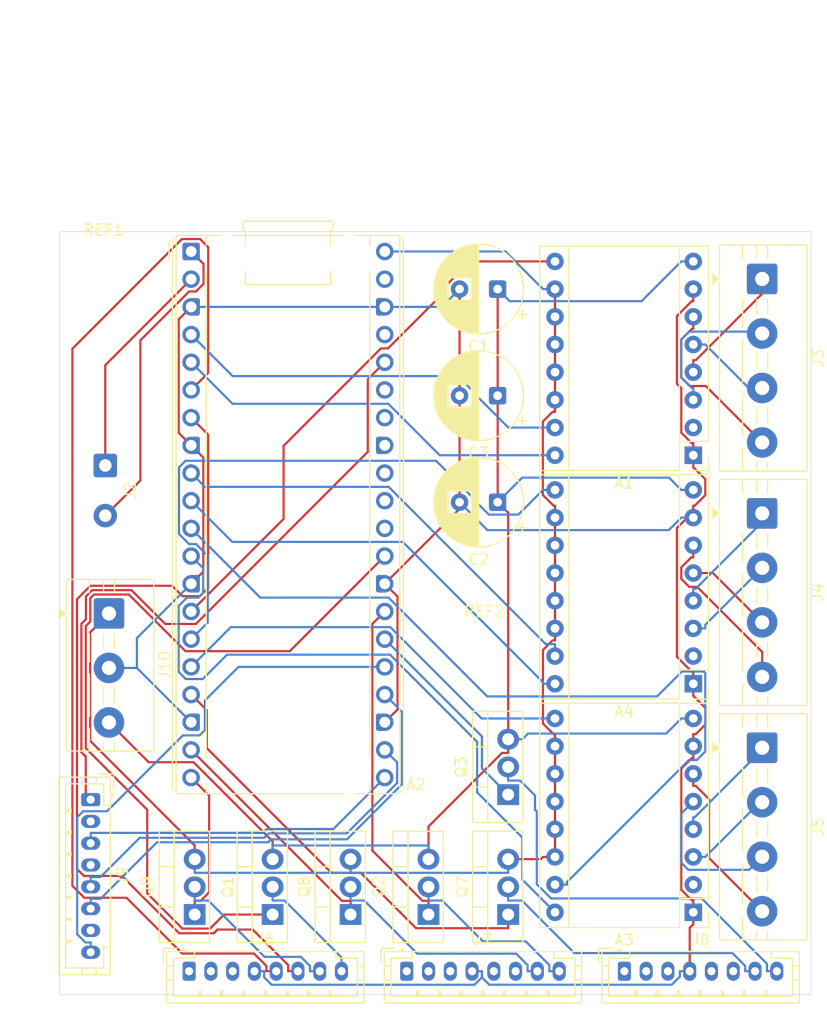
<source format=kicad_pcb>
(kicad_pcb (version 20241229) (generator "pcbnew") (generator_version "9.0")
  (layers (0 "F.Cu" signal) (2 "B.Cu" signal) (13 "F.Paste" user) (15 "B.Paste" user) (5 "F.SilkS" user "F.Silkscreen") (7 "B.SilkS" user "B.Silkscreen") (1 "F.Mask" user) (3 "B.Mask" user) (25 "Edge.Cuts" user))
  (net 0 "")
  (net 1 "Net-(A1-B2)")
  (net 2 "Net-(A1-A2)")
  (net 3 "Net-(A1-STEP)")
  (net 5 "Net-(A1-A1)")
  (net 6 "Net-(A1-B1)")
  (net 7 "Net-(A1-~{EN})")
  (net 8 "Net-(A1-DIR)")
  (net 10 "Net-(A2-GPIO9)")
  (net 14 "Net-(A2-GPIO18)")
  (net 17 "Net-(A2-GPIO22)")
  (net 18 "Net-(A2-GPIO13)")
  (net 19 "Net-(A2-GPIO8)")
  (net 21 "Net-(A2-GPIO14)")
  (net 22 "Net-(A2-GPIO19)")
  (net 23 "Net-(A2-GPIO7)")
  (net 24 "Net-(A2-GPIO11)")
  (net 25 "Net-(A2-GPIO16)")
  (net 26 "Net-(A2-GPIO6)")
  (net 27 "Net-(A2-GPIO17)")
  (net 29 "Net-(A2-GPIO20)")
  (net 30 "Net-(A2-GPIO21)")
  (net 31 "Net-(A2-GPIO15)")
  (net 32 "Net-(A2-3V3)")
  (net 33 "Net-(A2-GPIO12)")
  (net 34 "Net-(A3-A2)")
  (net 35 "Net-(A3-A1)")
  (net 37 "Net-(A3-B1)")
  (net 38 "Net-(A3-B2)")
  (net 39 "Net-(A4-B1)")
  (net 40 "Net-(A4-A1)")
  (net 42 "Net-(A4-A2)")
  (net 43 "Net-(A4-B2)")
  (net 45 "Net-(J6-Pin_7)")
  (net 46 "Net-(J6-Pin_8)")
  (net 53 "Net-(J7-Pin_8)")
  (net 54 "Net-(J7-Pin_7)")
  (net 60 "Net-(J8-Pin_8)")
  (net 62 "Net-(J8-Pin_7)")
  (net 65 "GND")
  (net 67 "/+5V")
  (net 68 "/+24V")
  (net 69 "/TPLG_TX")
  (net 70 "/RX")
  (net 71 "/TPLG_RX")
  (net 72 "/TX")
  (footprint "Package_TO_SOT_THT:TO-220-3_Vertical" (layer "F.Cu") (at 59.2116 106.145 90)
    (property "Reference" "Q8")
    (property "Value" "IRLZ44N")
  )
  (footprint "Package_TO_SOT_THT:TO-220-3_Vertical" (layer "F.Cu") (at 73.685 106.145 90)
    (property "Reference" "Q7")
    (property "Value" "IRLZ44N")
  )
  (footprint "Module:Pololu_Breakout-16_15.2x20.3mm" (layer "F.Cu") (at 90.685 105.94 180)
    (property "Reference" "A3")
    (property "Value" "Pololu_Breakout_DRV8825")
  )
  (footprint "Package_TO_SOT_THT:TO-220-3_Vertical" (layer "F.Cu") (at 73.685 95.145 90)
    (property "Reference" "Q3")
    (property "Value" "IRLZ44N")
  )
  (footprint "Capacitor_THT:CP_Radial_D8.0mm_P3.50mm" (layer "F.Cu") (at 72.7197 58.55 180)
    (property "Reference" "C3")
    (property "Value" "C_Polarized")
  )
  (footprint "TerminalBlock:TerminalBlock_MaiXu_MX126-5.0-04P_1x04_P5.00mm" (layer "F.Cu") (at 97.01 69.345 -90)
    (property "Reference" "J4")
    (property "Value" "Screw_Terminal_01x04")
  )
  (footprint "Connector_JST:JST_PH_B8B-PH-K_1x08_P2.00mm_Vertical" (layer "F.Cu") (at 35.345 95.605 -90)
    (property "Reference" "J9")
    (property "Value" "Conn_01x08_Socket")
  )
  (footprint "MountingHole:MountingHole_3.2mm_M3" (layer "F.Cu") (at 71.5 82.5)
    (property "Reference" "REF2")
    (property "Value" "MountingHole_3.2mm_M3")
  )
  (footprint "Capacitor_THT:CP_Radial_D8.0mm_P3.50mm" (layer "F.Cu") (at 72.7197 48.775 180)
    (property "Reference" "C1")
    (property "Value" "C_Polarized")
  )
  (footprint "MountingHole:MountingHole_3.2mm_M3" (layer "F.Cu") (at 36.5 47.5)
    (property "Reference" "REF1")
    (property "Value" "MountingHole_3.2mm_M3")
  )
  (footprint "Connector_JST:JST_PH_B8B-PH-K_1x08_P2.00mm_Vertical" (layer "F.Cu") (at 84.355 111.345)
    (property "Reference" "J8")
    (property "Value" "Conn_01x08_Socket")
  )
  (footprint "Module:RaspberryPi_Pico_Common_THT" (layer "F.Cu") (at 44.57 45.325)
    (property "Reference" "A2")
    (property "Value" "RaspberryPi_Pico")
  )
  (footprint "Connector_JST:JST_PH_B8B-PH-K_1x08_P2.00mm_Vertical" (layer "F.Cu") (at 64.3683 111.345)
    (property "Reference" "J7")
    (property "Value" "Conn_01x08_Socket")
  )
  (footprint "Module:Pololu_Breakout-16_15.2x20.3mm" (layer "F.Cu") (at 90.685 64.015 180)
    (property "Reference" "A1")
    (property "Value" "Pololu_Breakout_DRV8825")
  )
  (footprint "Module:Pololu_Breakout-16_15.2x20.3mm" (layer "F.Cu") (at 90.685 84.9775 180)
    (property "Reference" "A4")
    (property "Value" "Pololu_Breakout_DRV8825")
  )
  (footprint "Package_TO_SOT_THT:TO-220-3_Vertical" (layer "F.Cu") (at 66.3694 106.145 90)
    (property "Reference" "Q2")
    (property "Value" "IRLZ44N")
  )
  (footprint "TerminalBlock:TerminalBlock_MaiXu_MX126-5.0-03P_1x03_P5.00mm" (layer "F.Cu") (at 37.025 78.525 -90)
    (property "Reference" "J10")
    (property "Value" "Screw_Terminal_01x03")
  )
  (footprint "Connector_JST:JST_PH_B8B-PH-K_1x08_P2.00mm_Vertical" (layer "F.Cu") (at 44.3817 111.345)
    (property "Reference" "J6")
    (property "Value" "Conn_01x08_Socket")
  )
  (footprint "TerminalBlock:TerminalBlock_MaiXu_MX126-5.0-04P_1x04_P5.00mm" (layer "F.Cu") (at 97.01 90.845 -90)
    (property "Reference" "J5")
    (property "Value" "Screw_Terminal_01x04")
  )
  (footprint "Package_TO_SOT_THT:TO-220-3_Vertical" (layer "F.Cu") (at 52.0538 106.145 90)
    (property "Reference" "Q1")
    (property "Value" "IRLZ44N")
  )
  (footprint "Package_TO_SOT_THT:TO-220-3_Vertical" (layer "F.Cu") (at 44.896 106.145 90)
    (property "Reference" "Q9")
    (property "Value" "IRLZ44N")
  )
  (footprint "Connector_Wire:SolderWire-0.5sqmm_1x02_P4.6mm_D0.9mm_OD2.1mm" (layer "F.Cu") (at 36.685 64.955 -90)
    (property "Reference" "J2")
    (property "Value" "Conn_01x02_Pin")
  )
  (footprint "TerminalBlock:TerminalBlock_MaiXu_MX126-5.0-04P_1x04_P5.00mm" (layer "F.Cu") (at 97.01 47.845 -90)
    (property "Reference" "J3")
    (property "Value" "Screw_Terminal_01x04")
  )
  (footprint "Capacitor_THT:CP_Radial_D8.0mm_P3.50mm" (layer "F.Cu") (at 72.7197 68.325 180)
    (property "Reference" "C2")
    (property "Value" "C_Polarized")
  )
  (gr_rect (start 32.5 43.502359) (end 101.5 113.5) (stroke (width 0.05)) (fill no) (layer "Edge.Cuts"))
  (segment (start 89.5833 56.892) (end 90.3563 57.665) (width 0.2) (layer "F.Cu") (net 1))
  (segment (start 90.685 51.315) (end 90.685 52.4167) (width 0.2) (layer "F.Cu") (net 1))
  (segment (start 90.5648 52.4167) (end 89.5833 53.3982) (width 0.2) (layer "F.Cu") (net 1))
  (segment (start 90.3563 57.665) (end 91.83 57.665) (width 0.2) (layer "F.Cu") (net 1))
  (segment (start 90.685 52.4167) (end 90.5648 52.4167) (width 0.2) (layer "F.Cu") (net 1))
  (segment (start 89.5833 53.3982) (end 89.5833 56.892) (width 0.2) (layer "F.Cu") (net 1))
  (segment (start 91.83 57.665) (end 97.01 62.845) (width 0.2) (layer "F.Cu") (net 1))
  (segment (start 89.5663 56.8523) (end 89.5663 53.4131) (width 0.2) (layer "B.Cu") (net 2))
  (segment (start 90.685 58.935) (end 90.685 57.8333) (width 0.2) (layer "B.Cu") (net 2))
  (segment (start 89.5663 53.4131) (end 90.308 52.6714) (width 0.2) (layer "B.Cu") (net 2))
  (segment (start 90.5473 57.8333) (end 89.5663 56.8523) (width 0.2) (layer "B.Cu") (net 2))
  (segment (start 90.685 57.8333) (end 90.5473 57.8333) (width 0.2) (layer "B.Cu") (net 2))
  (segment (start 90.308 52.6714) (end 96.8364 52.6714) (width 0.2) (layer "B.Cu") (net 2))
  (segment (start 96.8364 52.6714) (end 97.01 52.845) (width 0.2) (layer "B.Cu") (net 2))
  (segment (start 48.38 56.755) (end 44.57 52.945) (width 0.2) (layer "B.Cu") (net 3))
  (segment (start 69.0804 56.755) (end 48.38 56.755) (width 0.2) (layer "B.Cu") (net 3))
  (segment (start 70.808 58.4826) (end 69.0804 56.755) (width 0.2) (layer "B.Cu") (net 3))
  (segment (start 70.808 58.5824) (end 70.808 58.4826) (width 0.2) (layer "B.Cu") (net 3))
  (segment (start 73.7006 61.475) (end 70.808 58.5824) (width 0.2) (layer "B.Cu") (net 3))
  (segment (start 77.985 61.475) (end 73.7006 61.475) (width 0.2) (layer "B.Cu") (net 3))
  (segment (start 97.01 47.845) (end 97.01 49.1966) (width 0.2) (layer "F.Cu") (net 5))
  (segment (start 90.9133 55.2933) (end 90.685 55.2933) (width 0.2) (layer "F.Cu") (net 5))
  (segment (start 90.685 56.395) (end 90.685 55.2933) (width 0.2) (layer "F.Cu") (net 5))
  (segment (start 97.01 49.1966) (end 90.9133 55.2933) (width 0.2) (layer "F.Cu") (net 5))
  (segment (start 90.685 53.855) (end 91.7867 53.855) (width 0.2) (layer "B.Cu") (net 6))
  (segment (start 95.7767 57.845) (end 97.01 57.845) (width 0.2) (layer "B.Cu") (net 6))
  (segment (start 91.7867 53.855) (end 95.7767 57.845) (width 0.2) (layer "B.Cu") (net 6))
  (segment (start 61.9959 54.215) (end 62.6493 54.215) (width 0.2) (layer "F.Cu") (net 7))
  (segment (start 67.7807 49.0836) (end 67.7807 48.6362) (width 0.2) (layer "F.Cu") (net 7))
  (segment (start 53.0584 63.1525) (end 61.9959 54.215) (width 0.2) (layer "F.Cu") (net 7))
  (segment (start 44.57 78.345) (end 53.0584 69.8566) (width 0.2) (layer "F.Cu") (net 7))
  (segment (start 62.6493 54.215) (end 67.7807 49.0836) (width 0.2) (layer "F.Cu") (net 7))
  (segment (start 67.7807 48.6362) (end 70.1819 46.235) (width 0.2) (layer "F.Cu") (net 7))
  (segment (start 70.1819 46.235) (end 77.985 46.235) (width 0.2) (layer "F.Cu") (net 7))
  (segment (start 53.0584 69.8566) (end 53.0584 63.1525) (width 0.2) (layer "F.Cu") (net 7))
  (segment (start 62.675 59.295) (end 48.38 59.295) (width 0.2) (layer "B.Cu") (net 8))
  (segment (start 77.985 64.015) (end 67.395 64.015) (width 0.2) (layer "B.Cu") (net 8))
  (segment (start 67.395 64.015) (end 62.675 59.295) (width 0.2) (layer "B.Cu") (net 8))
  (segment (start 48.38 59.295) (end 44.57 55.485) (width 0.2) (layer "B.Cu") (net 8))
  (segment (start 43.4272 83.886) (end 44.0845 84.5433) (width 0.2) (layer "B.Cu") (net 10))
  (segment (start 62.8326 82.3069) (end 70.8367 90.311) (width 0.2) (layer "B.Cu") (net 10))
  (segment (start 74.9867 99.0867) (end 74.9867 102.9417) (width 0.2) (layer "B.Cu") (net 10))
  (segment (start 70.8367 90.311) (end 70.8367 94.9367) (width 0.2) (layer "B.Cu") (net 10))
  (segment (start 70.8367 94.9367) (end 74.9867 99.0867) (width 0.2) (layer "B.Cu") (net 10))
  (segment (start 44.0845 84.5433) (end 45.6369 84.5433) (width 0.2) (layer "B.Cu") (net 10))
  (segment (start 45.6369 84.5433) (end 47.8733 82.3069) (width 0.2) (layer "B.Cu") (net 10))
  (segment (start 47.8733 82.3069) (end 62.8326 82.3069) (width 0.2) (layer "B.Cu") (net 10))
  (segment (start 43.4272 77.8297) (end 43.4272 83.886) (width 0.2) (layer "B.Cu") (net 10))
  (segment (start 45.6768 74.3718) (end 45.6768 76.6392) (width 0.2) (layer "B.Cu") (net 10))
  (segment (start 44.57 73.265) (end 45.6768 74.3718) (width 0.2) (layer "B.Cu") (net 10))
  (segment (start 45.6768 76.6392) (end 45.2437 77.0723) (width 0.2) (layer "B.Cu") (net 10))
  (segment (start 44.1846 77.0723) (end 43.4272 77.8297) (width 0.2) (layer "B.Cu") (net 10))
  (segment (start 74.9867 102.9417) (end 77.985 105.94) (width 0.2) (layer "B.Cu") (net 10))
  (segment (start 45.2437 77.0723) (end 44.1846 77.0723) (width 0.2) (layer "B.Cu") (net 10))
  (segment (start 36.2467 104.7033) (end 35.345 104.7033) (width 0.2) (layer "B.Cu") (net 14))
  (segment (start 51.9125 99.2448) (end 51.6409 99.5164) (width 0.2) (layer "B.Cu") (net 14))
  (segment (start 63.9324 87.5474) (end 63.9324 94.1967) (width 0.2) (layer "B.Cu") (net 14))
  (segment (start 41.4336 99.5164) (end 36.2467 104.7033) (width 0.2) (layer "B.Cu") (net 14))
  (segment (start 62.35 85.965) (end 63.9324 87.5474) (width 0.2) (layer "B.Cu") (net 14))
  (segment (start 63.9324 94.1967) (end 58.8843 99.2448) (width 0.2) (layer "B.Cu") (net 14))
  (segment (start 35.345 105.605) (end 35.345 104.7033) (width 0.2) (layer "B.Cu") (net 14))
  (segment (start 51.6409 99.5164) (end 41.4336 99.5164) (width 0.2) (layer "B.Cu") (net 14))
  (segment (start 58.8843 99.2448) (end 51.9125 99.2448) (width 0.2) (layer "B.Cu") (net 14))
  (segment (start 43.7678 107.4347) (end 46.31 107.4347) (width 0.2) (layer "F.Cu") (net 17))
  (segment (start 35.6529 76.7909) (end 35.3109 77.1329) (width 0.2) (layer "F.Cu") (net 17))
  (segment (start 62.35 73.265) (end 53.6283 81.9867) (width 0.2) (layer "F.Cu") (net 17))
  (segment (start 38.854 76.7909) (end 35.6529 76.7909) (width 0.2) (layer "F.Cu") (net 17))
  (segment (start 35.3109 79.2671) (end 34.8942 79.6838) (width 0.2) (layer "F.Cu") (net 17))
  (segment (start 40.5368 104.2037) (end 43.7678 107.4347) (width 0.2) (layer "F.Cu") (net 17))
  (segment (start 44.0498 81.9867) (end 38.854 76.7909) (width 0.2) (layer "F.Cu") (net 17))
  (segment (start 53.6283 81.9867) (end 44.0498 81.9867) (width 0.2) (layer "F.Cu") (net 17))
  (segment (start 40.5368 96.5321) (end 40.5368 104.2037) (width 0.2) (layer "F.Cu") (net 17))
  (segment (start 46.31 107.4347) (end 47.5997 106.145) (width 0.2) (layer "F.Cu") (net 17))
  (segment (start 34.8942 90.8895) (end 40.5368 96.5321) (width 0.2) (layer "F.Cu") (net 17))
  (segment (start 47.5997 106.145) (end 52.0538 106.145) (width 0.2) (layer "F.Cu") (net 17))
  (segment (start 34.8942 79.6838) (end 34.8942 90.8895) (width 0.2) (layer "F.Cu") (net 17))
  (segment (start 35.3109 77.1329) (end 35.3109 79.2671) (width 0.2) (layer "F.Cu") (net 17))
  (segment (start 60.1429 102.3192) (end 57.4497 102.3192) (width 0.2) (layer "F.Cu") (net 18))
  (segment (start 65.2229 107.3992) (end 60.1429 102.3192) (width 0.2) (layer "F.Cu") (net 18))
  (segment (start 73.685 106.145) (end 73.685 107.3992) (width 0.2) (layer "F.Cu") (net 18))
  (segment (start 46.0066 87.4016) (end 44.57 85.965) (width 0.2) (layer "F.Cu") (net 18))
  (segment (start 73.685 107.3992) (end 65.2229 107.3992) (width 0.2) (layer "F.Cu") (net 18))
  (segment (start 46.0066 90.8761) (end 46.0066 87.4016) (width 0.2) (layer "F.Cu") (net 18))
  (segment (start 57.4497 102.3192) (end 46.0066 90.8761) (width 0.2) (layer "F.Cu") (net 18))
  (segment (start 89.6462 83.8505) (end 91.6529 83.8505) (width 0.2) (layer "B.Cu") (net 19))
  (segment (start 91.7867 91.1957) (end 91.0124 91.97) (width 0.2) (layer "B.Cu") (net 19))
  (segment (start 77.985 103.4) (end 79.0867 103.4) (width 0.2) (layer "B.Cu") (net 19))
  (segment (start 87.3564 86.1403) (end 89.6462 83.8505) (width 0.2) (layer "B.Cu") (net 19))
  (segment (start 62.6957 77.0723) (end 71.7637 86.1403) (width 0.2) (layer "B.Cu") (net 19))
  (segment (start 90.2884 91.97) (end 79.0867 103.1717) (width 0.2) (layer "B.Cu") (net 19))
  (segment (start 91.7867 83.9843) (end 91.7867 91.1957) (width 0.2) (layer "B.Cu") (net 19))
  (segment (start 50.9173 77.0723) (end 62.6957 77.0723) (width 0.2) (layer "B.Cu") (net 19))
  (segment (start 71.7637 86.1403) (end 87.3564 86.1403) (width 0.2) (layer "B.Cu") (net 19))
  (segment (start 79.0867 103.1717) (end 79.0867 103.4) (width 0.2) (layer "B.Cu") (net 19))
  (segment (start 91.0124 91.97) (end 90.2884 91.97) (width 0.2) (layer "B.Cu") (net 19))
  (segment (start 44.57 70.725) (end 50.9173 77.0723) (width 0.2) (layer "B.Cu") (net 19))
  (segment (start 91.6529 83.8505) (end 91.7867 83.9843) (width 0.2) (layer "B.Cu") (net 19))
  (segment (start 59.2116 106.145) (end 59.2116 104.8908) (width 0.2) (layer "F.Cu") (net 21))
  (segment (start 58.4158 104.8908) (end 44.57 91.045) (width 0.2) (layer "F.Cu") (net 21))
  (segment (start 59.2116 104.8908) (end 58.4158 104.8908) (width 0.2) (layer "F.Cu") (net 21))
  (segment (start 35.345 109.605) (end 35.345 108.7033) (width 0.2) (layer "B.Cu") (net 22))
  (segment (start 62.35 83.425) (end 48.9236 83.425) (width 0.2) (layer "B.Cu") (net 22))
  (segment (start 48.9236 83.425) (end 45.8368 86.5118) (width 0.2) (layer "B.Cu") (net 22))
  (segment (start 43.807 89.7113) (end 36.8451 96.6732) (width 0.2) (layer "B.Cu") (net 22))
  (segment (start 34.1076 107.9524) (end 34.8585 108.7033) (width 0.2) (layer "B.Cu") (net 22))
  (segment (start 45.8368 89.2197) (end 45.3452 89.7113) (width 0.2) (layer "B.Cu") (net 22))
  (segment (start 36.8451 96.6732) (end 34.6486 96.6732) (width 0.2) (layer "B.Cu") (net 22))
  (segment (start 45.3452 89.7113) (end 43.807 89.7113) (width 0.2) (layer "B.Cu") (net 22))
  (segment (start 34.1076 97.2142) (end 34.1076 107.9524) (width 0.2) (layer "B.Cu") (net 22))
  (segment (start 34.6486 96.6732) (end 34.1076 97.2142) (width 0.2) (layer "B.Cu") (net 22))
  (segment (start 45.8368 86.5118) (end 45.8368 89.2197) (width 0.2) (layer "B.Cu") (net 22))
  (segment (start 34.8585 108.7033) (end 35.345 108.7033) (width 0.2) (layer "B.Cu") (net 22))
  (segment (start 76.8833 84.9775) (end 76.8833 84.8398) (width 0.2) (layer "B.Cu") (net 23))
  (segment (start 48.3483 71.9633) (end 44.57 68.185) (width 0.2) (layer "B.Cu") (net 23))
  (segment (start 64.0068 71.9633) (end 48.3483 71.9633) (width 0.2) (layer "B.Cu") (net 23))
  (segment (start 77.985 84.9775) (end 76.8833 84.9775) (width 0.2) (layer "B.Cu") (net 23))
  (segment (start 76.8833 84.8398) (end 64.0068 71.9633) (width 0.2) (layer "B.Cu") (net 23))
  (segment (start 43.4534 71.2305) (end 44.3862 72.1633) (width 0.2) (layer "B.Cu") (net 24))
  (segment (start 46.0968 79.3582) (end 44.57 80.885) (width 0.2) (layer "B.Cu") (net 24))
  (segment (start 70.3522 67.8107) (end 67.0637 64.5222) (width 0.2) (layer "B.Cu") (net 24))
  (segment (start 71.9103 69.4597) (end 70.3522 67.9016) (width 0.2) (layer "B.Cu") (net 24))
  (segment (start 76.8833 67.1975) (end 74.6211 69.4597) (width 0.2) (layer "B.Cu") (net 24))
  (segment (start 70.3522 67.9016) (end 70.3522 67.8107) (width 0.2) (layer "B.Cu") (net 24))
  (segment (start 43.4534 65.1251) (end 43.4534 71.2305) (width 0.2) (layer "B.Cu") (net 24))
  (segment (start 74.6211 69.4597) (end 71.9103 69.4597) (width 0.2) (layer "B.Cu") (net 24))
  (segment (start 45.0264 72.1633) (end 46.0968 73.2337) (width 0.2) (layer "B.Cu") (net 24))
  (segment (start 67.0637 64.5222) (end 44.0563 64.5222) (width 0.2) (layer "B.Cu") (net 24))
  (segment (start 77.985 67.1975) (end 76.8833 67.1975) (width 0.2) (layer "B.Cu") (net 24))
  (segment (start 44.3862 72.1633) (end 45.0264 72.1633) (width 0.2) (layer "B.Cu") (net 24))
  (segment (start 44.0563 64.5222) (end 43.4534 65.1251) (width 0.2) (layer "B.Cu") (net 24))
  (segment (start 46.0968 73.2337) (end 46.0968 79.3582) (width 0.2) (layer "B.Cu") (net 24))
  (segment (start 51.2856 98.5355) (end 51.1667 98.6544) (width 0.2) (layer "B.Cu") (net 25))
  (segment (start 57.6349 98.3001) (end 51.521 98.3001) (width 0.2) (layer "B.Cu") (net 25))
  (segment (start 35.3938 98.6544) (end 35.3938 98.6545) (width 0.2) (layer "B.Cu") (net 25))
  (segment (start 35.3938 98.6545) (end 35.345 98.7033) (width 0.2) (layer "B.Cu") (net 25))
  (segment (start 62.35 93.585) (end 57.6349 98.3001) (width 0.2) (layer "B.Cu") (net 25))
  (segment (start 51.1667 98.6544) (end 35.3938 98.6544) (width 0.2) (layer "B.Cu") (net 25))
  (segment (start 51.521 98.3001) (end 51.2856 98.5355) (width 0.2) (layer "B.Cu") (net 25))
  (segment (start 51.2856 98.5355) (end 51.1667 98.6544) (width 0.2) (layer "B.Cu") (net 25))
  (segment (start 35.345 99.605) (end 35.345 98.7033) (width 0.2) (layer "B.Cu") (net 25))
  (segment (start 77.1283 81.3358) (end 62.7075 66.915) (width 0.2) (layer "B.Cu") (net 26))
  (segment (start 62.7075 66.915) (end 45.84 66.915) (width 0.2) (layer "B.Cu") (net 26))
  (segment (start 77.985 81.3358) (end 77.1283 81.3358) (width 0.2) (layer "B.Cu") (net 26))
  (segment (start 45.84 66.915) (end 44.57 65.645) (width 0.2) (layer "B.Cu") (net 26))
  (segment (start 77.985 82.4375) (end 77.985 81.3358) (width 0.2) (layer "B.Cu") (net 26))
  (segment (start 63.4896 92.1846) (end 63.4896 94.0714) (width 0.2) (layer "B.Cu") (net 27))
  (segment (start 39.8465 99.1035) (end 36.2467 102.7033) (width 0.2) (layer "B.Cu") (net 27))
  (segment (start 51.4519 98.9372) (end 51.2856 99.1035) (width 0.2) (layer "B.Cu") (net 27))
  (segment (start 63.4896 94.0714) (end 58.8592 98.7018) (width 0.2) (layer "B.Cu") (net 27))
  (segment (start 35.345 103.605) (end 35.345 102.7033) (width 0.2) (layer "B.Cu") (net 27))
  (segment (start 51.6873 98.7018) (end 51.4519 98.9372) (width 0.2) (layer "B.Cu") (net 27))
  (segment (start 62.35 91.045) (end 63.4896 92.1846) (width 0.2) (layer "B.Cu") (net 27))
  (segment (start 51.4519 98.9372) (end 51.2856 99.1035) (width 0.2) (layer "B.Cu") (net 27))
  (segment (start 58.8592 98.7018) (end 51.6873 98.7018) (width 0.2) (layer "B.Cu") (net 27))
  (segment (start 36.2467 102.7033) (end 35.345 102.7033) (width 0.2) (layer "B.Cu") (net 27))
  (segment (start 51.2856 99.1035) (end 39.8465 99.1035) (width 0.2) (layer "B.Cu") (net 27))
  (segment (start 71.2759 92.736) (end 71.276 92.736) (width 0.2) (layer "B.Cu") (net 29))
  (segment (start 71.276 92.736) (end 73.685 95.145) (width 0.2) (layer "B.Cu") (net 29))
  (segment (start 62.35 80.885) (end 71.2759 89.8109) (width 0.2) (layer "B.Cu") (net 29))
  (segment (start 71.2759 89.8109) (end 71.2759 92.736) (width 0.2) (layer "B.Cu") (net 29))
  (segment (start 66.3694 104.8908) (end 65.8207 104.8908) (width 0.2) (layer "F.Cu") (net 30))
  (segment (start 65.8207 104.8908) (end 61.2138 100.2839) (width 0.2) (layer "F.Cu") (net 30))
  (segment (start 61.2138 79.4812) (end 62.35 78.345) (width 0.2) (layer "F.Cu") (net 30))
  (segment (start 61.2138 100.2839) (end 61.2138 79.4812) (width 0.2) (layer "F.Cu") (net 30))
  (segment (start 66.3694 106.145) (end 66.3694 104.8908) (width 0.2) (layer "F.Cu") (net 30))
  (segment (start 44.896 106.145) (end 44.896 104.8908) (width 0.2) (layer "F.Cu") (net 31))
  (segment (start 46.2239 95.2389) (end 46.2239 104.1116) (width 0.2) (layer "F.Cu") (net 31))
  (segment (start 45.4447 104.8908) (end 44.896 104.8908) (width 0.2) (layer "F.Cu") (net 31))
  (segment (start 44.57 93.585) (end 46.2239 95.2389) (width 0.2) (layer "F.Cu") (net 31))
  (segment (start 46.2239 104.1116) (end 45.4447 104.8908) (width 0.2) (layer "F.Cu") (net 31))
  (segment (start 42.1895 79.4915) (end 39.0872 76.3892) (width 0.2) (layer "F.Cu") (net 32))
  (segment (start 62.35 55.485) (end 60.791 57.044) (width 0.2) (layer "F.Cu") (net 32))
  (segment (start 60.791 57.044) (end 60.791 63.7056) (width 0.2) (layer "F.Cu") (net 32))
  (segment (start 34.8927 91.6562) (end 34.8927 95.1527) (width 0.2) (layer "F.Cu") (net 32))
  (segment (start 34.9092 79.0546) (end 34.4925 79.4713) (width 0.2) (layer "F.Cu") (net 32))
  (segment (start 60.791 63.7056) (end 45.0051 79.4915) (width 0.2) (layer "F.Cu") (net 32))
  (segment (start 34.4925 79.4713) (end 34.4925 91.256) (width 0.2) (layer "F.Cu") (net 32))
  (segment (start 34.8927 95.1527) (end 35.345 95.605) (width 0.2) (layer "F.Cu") (net 32))
  (segment (start 35.4866 76.3892) (end 34.9092 76.9666) (width 0.2) (layer "F.Cu") (net 32))
  (segment (start 34.7279 91.4914) (end 34.8927 91.6562) (width 0.2) (layer "F.Cu") (net 32))
  (segment (start 39.0872 76.3892) (end 35.4866 76.3892) (width 0.2) (layer "F.Cu") (net 32))
  (segment (start 34.9092 76.9666) (end 34.9092 79.0546) (width 0.2) (layer "F.Cu") (net 32))
  (segment (start 34.4925 91.256) (end 34.7279 91.4914) (width 0.2) (layer "F.Cu") (net 32))
  (segment (start 45.0051 79.4915) (end 42.1895 79.4915) (width 0.2) (layer "F.Cu") (net 32))
  (segment (start 34.7279 91.4914) (end 34.8927 91.6562) (width 0.2) (layer "F.Cu") (net 32))
  (segment (start 71.2368 88.16) (end 62.8601 79.7833) (width 0.2) (layer "B.Cu") (net 33))
  (segment (start 48.2117 79.7833) (end 44.57 83.425) (width 0.2) (layer "B.Cu") (net 33))
  (segment (start 77.985 88.16) (end 71.2368 88.16) (width 0.2) (layer "B.Cu") (net 33))
  (segment (start 62.8601 79.7833) (end 48.2117 79.7833) (width 0.2) (layer "B.Cu") (net 33))
  (segment (start 91.7867 100.86) (end 96.8017 95.845) (width 0.2) (layer "B.Cu") (net 34))
  (segment (start 90.685 100.86) (end 91.7867 100.86) (width 0.2) (layer "B.Cu") (net 34))
  (segment (start 96.8017 95.845) (end 97.01 95.845) (width 0.2) (layer "B.Cu") (net 34))
  (segment (start 90.8227 97.2183) (end 97.01 91.031) (width 0.2) (layer "B.Cu") (net 35))
  (segment (start 97.01 91.031) (end 97.01 90.845) (width 0.2) (layer "B.Cu") (net 35))
  (segment (start 90.685 98.32) (end 90.685 97.2183) (width 0.2) (layer "B.Cu") (net 35))
  (segment (start 90.685 97.2183) (end 90.8227 97.2183) (width 0.2) (layer "B.Cu") (net 35))
  (segment (start 90.2351 102.0436) (end 95.8114 102.0436) (width 0.2) (layer "B.Cu") (net 37))
  (segment (start 95.8114 102.0436) (end 97.01 100.845) (width 0.2) (layer "B.Cu") (net 37))
  (segment (start 89.5251 101.3336) (end 90.2351 102.0436) (width 0.2) (layer "B.Cu") (net 37))
  (segment (start 89.5251 96.9399) (end 89.5251 101.3336) (width 0.2) (layer "B.Cu") (net 37))
  (segment (start 90.685 95.78) (end 89.5251 96.9399) (width 0.2) (layer "B.Cu") (net 37))
  (segment (start 90.9133 94.3417) (end 90.685 94.3417) (width 0.2) (layer "F.Cu") (net 38))
  (segment (start 90.685 93.24) (end 90.685 94.3417) (width 0.2) (layer "F.Cu") (net 38))
  (segment (start 92.1248 100.9598) (end 92.1248 95.5532) (width 0.2) (layer "F.Cu") (net 38))
  (segment (start 97.01 105.845) (end 92.1248 100.9598) (width 0.2) (layer "F.Cu") (net 38))
  (segment (start 92.1248 95.5532) (end 90.9133 94.3417) (width 0.2) (layer "F.Cu") (net 38))
  (segment (start 97.01 79.345) (end 92.4825 74.8175) (width 0.2) (layer "F.Cu") (net 39))
  (segment (start 92.4825 74.8175) (end 90.685 74.8175) (width 0.2) (layer "F.Cu") (net 39))
  (segment (start 97.01 69.345) (end 97.01 70.1591) (width 0.2) (layer "B.Cu") (net 40))
  (segment (start 90.9133 76.2558) (end 90.685 76.2558) (width 0.2) (layer "B.Cu") (net 40))
  (segment (start 97.01 70.1591) (end 90.9133 76.2558) (width 0.2) (layer "B.Cu") (net 40))
  (segment (start 90.685 77.3575) (end 90.685 76.2558) (width 0.2) (layer "B.Cu") (net 40))
  (segment (start 90.685 79.8975) (end 91.7867 79.8975) (width 0.2) (layer "B.Cu") (net 42))
  (segment (start 97.01 74.345) (end 91.7867 79.5683) (width 0.2) (layer "B.Cu") (net 42))
  (segment (start 91.7867 79.5683) (end 91.7867 79.8975) (width 0.2) (layer "B.Cu") (net 42))
  (segment (start 90.3094 76.0875) (end 89.5833 75.3614) (width 0.2) (layer "F.Cu") (net 43))
  (segment (start 97.01 84.345) (end 97.01 82.0619) (width 0.2) (layer "F.Cu") (net 43))
  (segment (start 90.685 72.2775) (end 90.685 73.3792) (width 0.2) (layer "F.Cu") (net 43))
  (segment (start 97.01 82.0619) (end 91.0356 76.0875) (width 0.2) (layer "F.Cu") (net 43))
  (segment (start 90.5033 73.3792) (end 90.685 73.3792) (width 0.2) (layer "F.Cu") (net 43))
  (segment (start 89.5833 75.3614) (end 89.5833 74.2992) (width 0.2) (layer "F.Cu") (net 43))
  (segment (start 91.0356 76.0875) (end 90.3094 76.0875) (width 0.2) (layer "F.Cu") (net 43))
  (segment (start 89.5833 74.2992) (end 90.5033 73.3792) (width 0.2) (layer "F.Cu") (net 43))
  (segment (start 55.48 110.8585) (end 55.48 111.345) (width 0.2) (layer "B.Cu") (net 45))
  (segment (start 44.896 103.605) (end 44.896 104.8592) (width 0.2) (layer "B.Cu") (net 45))
  (segment (start 56.3817 111.345) (end 55.48 111.345) (width 0.2) (layer "B.Cu") (net 45))
  (segment (start 46.1502 104.8592) (end 51.3171 110.0261) (width 0.2) (layer "B.Cu") (net 45))
  (segment (start 51.3171 110.0261) (end 54.6476 110.0261) (width 0.2) (layer "B.Cu") (net 45))
  (segment (start 54.6476 110.0261) (end 55.48 110.8585) (width 0.2) (layer "B.Cu") (net 45))
  (segment (start 44.896 104.8592) (end 46.1502 104.8592) (width 0.2) (layer "B.Cu") (net 45))
  (segment (start 58.3817 110.0897) (end 58.3817 111.345) (width 0.2) (layer "B.Cu") (net 46))
  (segment (start 52.0538 104.8592) (end 53.1512 104.8592) (width 0.2) (layer "B.Cu") (net 46))
  (segment (start 53.1512 104.8592) (end 58.3817 110.0897) (width 0.2) (layer "B.Cu") (net 46))
  (segment (start 52.0538 103.605) (end 52.0538 104.8592) (width 0.2) (layer "B.Cu") (net 46))
  (segment (start 75.3007 108.6155) (end 71.3799 108.6155) (width 0.2) (layer "B.Cu") (net 53))
  (segment (start 77.4666 110.7814) (end 75.3007 108.6155) (width 0.2) (layer "B.Cu") (net 53))
  (segment (start 71.3799 108.6155) (end 67.6236 104.8592) (width 0.2) (layer "B.Cu") (net 53))
  (segment (start 77.4666 111.345) (end 77.4666 110.7814) (width 0.2) (layer "B.Cu") (net 53))
  (segment (start 66.3694 103.605) (end 66.3694 104.8592) (width 0.2) (layer "B.Cu") (net 53))
  (segment (start 67.6236 104.8592) (end 66.3694 104.8592) (width 0.2) (layer "B.Cu") (net 53))
  (segment (start 78.3683 111.345) (end 77.4666 111.345) (width 0.2) (layer "B.Cu") (net 53))
  (segment (start 65.3409 109.7343) (end 60.4658 104.8592) (width 0.2) (layer "B.Cu") (net 54))
  (segment (start 75.4666 110.7814) (end 74.4195 109.7343) (width 0.2) (layer "B.Cu") (net 54))
  (segment (start 76.3683 111.345) (end 75.4666 111.345) (width 0.2) (layer "B.Cu") (net 54))
  (segment (start 75.4666 111.345) (end 75.4666 110.7814) (width 0.2) (layer "B.Cu") (net 54))
  (segment (start 59.2116 103.605) (end 59.2116 104.8592) (width 0.2) (layer "B.Cu") (net 54))
  (segment (start 60.4658 104.8592) (end 59.2116 104.8592) (width 0.2) (layer "B.Cu") (net 54))
  (segment (start 74.4195 109.7343) (end 65.3409 109.7343) (width 0.2) (layer "B.Cu") (net 54))
  (segment (start 77.6244 104.67) (end 76.3137 103.3593) (width 0.2) (layer "B.Cu") (net 60))
  (segment (start 76.1474 96.5352) (end 76.3137 96.7015) (width 0.2) (layer "B.Cu") (net 60))
  (segment (start 73.685 93.8592) (end 74.7824 93.8592) (width 0.2) (layer "B.Cu") (net 60))
  (segment (start 76.3137 103.3593) (end 76.3137 96.7015) (width 0.2) (layer "B.Cu") (net 60))
  (segment (start 91.4566 104.67) (end 77.6244 104.67) (width 0.2) (layer "B.Cu") (net 60))
  (segment (start 76.1474 95.2242) (end 76.1474 96.5352) (width 0.2) (layer "B.Cu") (net 60))
  (segment (start 73.685 92.605) (end 73.685 93.8592) (width 0.2) (layer "B.Cu") (net 60))
  (segment (start 97.4533 111.345) (end 97.4533 110.6667) (width 0.2) (layer "B.Cu") (net 60))
  (segment (start 76.1474 96.5352) (end 76.3137 96.7015) (width 0.2) (layer "B.Cu") (net 60))
  (segment (start 74.7824 93.8592) (end 76.1474 95.2242) (width 0.2) (layer "B.Cu") (net 60))
  (segment (start 97.4533 110.6667) (end 91.4566 104.67) (width 0.2) (layer "B.Cu") (net 60))
  (segment (start 98.355 111.345) (end 97.4533 111.345) (width 0.2) (layer "B.Cu") (net 60))
  (segment (start 94.2755 109.6807) (end 95.4533 110.8585) (width 0.2) (layer "B.Cu") (net 62))
  (segment (start 95.4533 110.8585) (end 95.4533 111.345) (width 0.2) (layer "B.Cu") (net 62))
  (segment (start 74.9392 104.8592) (end 79.7607 109.6807) (width 0.2) (layer "B.Cu") (net 62))
  (segment (start 96.355 111.345) (end 95.4533 111.345) (width 0.2) (layer "B.Cu") (net 62))
  (segment (start 79.7607 109.6807) (end 94.2755 109.6807) (width 0.2) (layer "B.Cu") (net 62))
  (segment (start 73.685 104.8592) (end 74.9392 104.8592) (width 0.2) (layer "B.Cu") (net 62))
  (segment (start 73.685 103.605) (end 73.685 104.8592) (width 0.2) (layer "B.Cu") (net 62))
  (segment (start 89.5833 61.9494) (end 90.5472 62.9133) (width 0.2) (layer "F.Cu") (net 65))
  (segment (start 44.57 63.105) (end 45.6879 64.2229) (width 0.2) (layer "F.Cu") (net 65))
  (segment (start 90.685 48.775) (end 90.685 49.8767) (width 0.2) (layer "F.Cu") (net 65))
  (segment (start 90.685 90.7) (end 90.685 89.5983) (width 0.2) (layer "F.Cu") (net 65))
  (segment (start 89.1816 51.2424) (end 89.1816 57.4615) (width 0.2) (layer "F.Cu") (net 65))
  (segment (start 89.1816 70.69) (end 89.1816 82.5102) (width 0.2) (layer "F.Cu") (net 65))
  (segment (start 90.355 111.345) (end 90.355 107.3717) (width 0.2) (layer "F.Cu") (net 65))
  (segment (start 90.5472 83.8758) (end 90.685 83.8758) (width 0.2) (layer "F.Cu") (net 65))
  (segment (start 91.7867 66.2184) (end 90.685 65.1167) (width 0.2) (layer "F.Cu") (net 65))
  (segment (start 69.2197 68.325) (end 69.2197 68.9353) (width 0.2) (layer "F.Cu") (net 65))
  (segment (start 69.2197 58.55) (end 69.2197 68.325) (width 0.2) (layer "F.Cu") (net 65))
  (segment (start 90.355 107.3717) (end 90.685 107.0417) (width 0.2) (layer "F.Cu") (net 65))
  (segment (start 45.6879 74.6871) (end 44.57 75.805) (width 0.2) (layer "F.Cu") (net 65))
  (segment (start 91.796 87.1902) (end 91.796 88.7156) (width 0.2) (layer "F.Cu") (net 65))
  (segment (start 44.57 63.105) (end 43.4303 61.9653) (width 0.2) (layer "F.Cu") (net 65))
  (segment (start 90.685 64.015) (end 90.685 65.1167) (width 0.2) (layer "F.Cu") (net 65))
  (segment (start 63.5198 87.3352) (end 62.35 88.505) (width 0.2) (layer "F.Cu") (net 65))
  (segment (start 91.796 88.7156) (end 90.9133 89.5983) (width 0.2) (layer "F.Cu") (net 65))
  (segment (start 90.5472 62.9133) (end 90.685 62.9133) (width 0.2) (layer "F.Cu") (net 65))
  (segment (start 90.685 86.0792) (end 91.796 87.1902) (width 0.2) (layer "F.Cu") (net 65))
  (segment (start 90.685 91.8017) (end 90.5473 91.8017) (width 0.2) (layer "F.Cu") (net 65))
  (segment (start 90.9133 89.5983) (end 90.685 89.5983) (width 0.2) (layer "F.Cu") (net 65))
  (segment (start 90.685 69.7375) (end 90.685 69.1866) (width 0.2) (layer "F.Cu") (net 65))
  (segment (start 63.5198 76.9748) (end 63.5198 87.3352) (width 0.2) (layer "F.Cu") (net 65))
  (segment (start 89.1816 82.5102) (end 90.5472 83.8758) (width 0.2) (layer "F.Cu") (net 65))
  (segment (start 89.5833 103.8744) (end 90.5472 104.8383) (width 0.2) (layer "F.Cu") (net 65))
  (segment (start 62.35 75.805) (end 63.5198 76.9748) (width 0.2) (layer "F.Cu") (net 65))
  (segment (start 43.4303 61.9653) (end 43.4303 51.5447) (width 0.2) (layer "F.Cu") (net 65))
  (segment (start 90.685 84.9775) (end 90.685 86.0792) (width 0.2) (layer "F.Cu") (net 65))
  (segment (start 90.5473 49.8767) (end 89.1816 51.2424) (width 0.2) (layer "F.Cu") (net 65))
  (segment (start 90.685 69.1866) (end 89.1816 70.69) (width 0.2) (layer "F.Cu") (net 65))
  (segment (start 90.685 68.6358) (end 90.8227 68.6358) (width 0.2) (layer "F.Cu") (net 65))
  (segment (start 89.1816 57.4615) (end 89.5833 57.8632) (width 0.2) (layer "F.Cu") (net 65))
  (segment (start 43.4303 51.5447) (end 44.57 50.405) (width 0.2) (layer "F.Cu") (net 65))
  (segment (start 90.685 90.7) (end 90.685 91.8017) (width 0.2) (layer "F.Cu") (net 65))
  (segment (start 89.5833 57.8632) (end 89.5833 61.9494) (width 0.2) (layer "F.Cu") (net 65))
  (segment (start 90.5472 104.8383) (end 90.685 104.8383) (width 0.2) (layer "F.Cu") (net 65))
  (segment (start 69.2197 48.775) (end 69.2197 58.55) (width 0.2) (layer "F.Cu") (net 65))
  (segment (start 90.685 105.94) (end 90.685 107.0417) (width 0.2) (layer "F.Cu") (net 65))
  (segment (start 90.685 105.94) (end 90.685 104.8383) (width 0.2) (layer "F.Cu") (net 65))
  (segment (start 91.7867 67.6718) (end 91.7867 66.2184) (width 0.2) (layer "F.Cu") (net 65))
  (segment (start 69.2197 68.9353) (end 62.35 75.805) (width 0.2) (layer "F.Cu") (net 65))
  (segment (start 45.6879 64.2229) (end 45.6879 74.6871) (width 0.2) (layer "F.Cu") (net 65))
  (segment (start 90.685 69.1866) (end 90.685 68.6358) (width 0.2) (layer "F.Cu") (net 65))
  (segment (start 90.685 49.8767) (end 90.5473 49.8767) (width 0.2) (layer "F.Cu") (net 65))
  (segment (start 90.685 64.015) (end 90.685 62.9133) (width 0.2) (layer "F.Cu") (net 65))
  (segment (start 90.685 84.9775) (end 90.685 83.8758) (width 0.2) (layer "F.Cu") (net 65))
  (segment (start 90.8227 68.6358) (end 91.7867 67.6718) (width 0.2) (layer "F.Cu") (net 65))
  (segment (start 90.5473 91.8017) (end 89.5833 92.7657) (width 0.2) (layer "F.Cu") (net 65))
  (segment (start 89.5833 92.7657) (end 89.5833 103.8744) (width 0.2) (layer "F.Cu") (net 65))
  (segment (start 51.2834 111.345) (end 51.2834 111.9086) (width 0.2) (layer "B.Cu") (net 65))
  (segment (start 39.59 80.785) (end 44.57 75.805) (width 0.2) (layer "B.Cu") (net 65))
  (segment (start 70.5901 112.5885) (end 71.27 111.9086) (width 0.2) (layer "B.Cu") (net 65))
  (segment (start 71.27 111.9086) (end 71.9455 112.5841) (width 0.2) (layer "B.Cu") (net 65))
  (segment (start 50.3817 111.345) (end 51.2834 111.345) (width 0.2) (layer "B.Cu") (net 65))
  (segment (start 67.5897 50.405) (end 69.2197 48.775) (width 0.2) (layer "B.Cu") (net 65))
  (segment (start 70.3683 111.345) (end 71.27 111.345) (width 0.2) (layer "B.Cu") (net 65))
  (segment (start 37.6125 83.525) (end 37.5712 83.525) (width 0.2) (layer "B.Cu") (net 65))
  (segment (start 37.5712 83.525) (end 37.025 83.525) (width 0.2) (layer "B.Cu") (net 65))
  (segment (start 44.57 50.405) (end 62.35 50.405) (width 0.2) (layer "B.Cu") (net 65))
  (segment (start 71.7786 70.8839) (end 88.4369 70.8839) (width 0.2) (layer "B.Cu") (net 65))
  (segment (start 39.59 83.525) (end 37.6125 83.525) (width 0.2) (layer "B.Cu") (net 65))
  (segment (start 71.9455 112.5841) (end 88.7007 112.5841) (width 0.2) (layer "B.Cu") (net 65))
  (segment (start 62.35 50.405) (end 67.5897 50.405) (width 0.2) (layer "B.Cu") (net 65))
  (segment (start 90.355 111.345) (end 89.4533 111.345) (width 0.2) (layer "B.Cu") (net 65))
  (segment (start 71.27 111.345) (end 71.27 111.9086) (width 0.2) (layer "B.Cu") (net 65))
  (segment (start 89.4533 111.8315) (end 89.4533 111.345) (width 0.2) (layer "B.Cu") (net 65))
  (segment (start 51.2834 111.9086) (end 51.9633 112.5885) (width 0.2) (layer "B.Cu") (net 65))
  (segment (start 51.9633 112.5885) (end 70.5901 112.5885) (width 0.2) (layer "B.Cu") (net 65))
  (segment (start 90.685 69.7375) (end 89.5833 69.7375) (width 0.2) (layer "B.Cu") (net 65))
  (segment (start 88.7007 112.5841) (end 89.4533 111.8315) (width 0.2) (layer "B.Cu") (net 65))
  (segment (start 69.2197 68.325) (end 71.7786 70.8839) (width 0.2) (layer "B.Cu") (net 65))
  (segment (start 88.4369 70.8839) (end 89.5833 69.7375) (width 0.2) (layer "B.Cu") (net 65))
  (segment (start 44.57 88.505) (end 39.59 83.525) (width 0.2) (layer "B.Cu") (net 65))
  (segment (start 39.59 83.525) (end 39.59 80.785) (width 0.2) (layer "B.Cu") (net 65))
  (segment (start 77.985 91.7232) (end 77.985 91.7645) (width 0.2) (layer "F.Cu") (net 67))
  (segment (start 76.8682 67.6567) (end 76.8682 60.9252) (width 0.2) (layer "F.Cu") (net 67))
  (segment (start 77.985 74.8175) (end 77.985 77.3575) (width 0.2) (layer "F.Cu") (net 67))
  (segment (start 77.7567 60.0367) (end 77.985 60.0367) (width 0.2) (layer "F.Cu") (net 67))
  (segment (start 77.985 69.7375) (end 77.985 70.2012) (width 0.2) (layer "F.Cu") (net 67))
  (segment (start 76.8682 60.9252) (end 77.7567 60.0367) (width 0.2) (layer "F.Cu") (net 67))
  (segment (start 76.8757 88.6267) (end 76.8757 81.8802) (width 0.2) (layer "F.Cu") (net 67))
  (segment (start 44.896 99.8108) (end 35.2977 90.2125) (width 0.2) (layer "F.Cu") (net 67))
  (segment (start 77.8473 68.6358) (end 76.8682 67.6567) (width 0.2) (layer "F.Cu") (net 67))
  (segment (start 73.685 101.065) (end 76.6783 101.065) (width 0.2) (layer "F.Cu") (net 67))
  (segment (start 77.985 100.86) (end 76.8833 100.86) (width 0.2) (layer "F.Cu") (net 67))
  (segment (start 77.985 70.2425) (end 77.985 71.0075) (width 0.2) (layer "F.Cu") (net 67))
  (segment (start 76.6783 101.065) (end 76.8833 100.86) (width 0.2) (layer "F.Cu") (net 67))
  (segment (start 44.896 101.065) (end 44.896 99.8108) (width 0.2) (layer "F.Cu") (net 67))
  (segment (start 35.2977 80.2523) (end 37.025 78.525) (width 0.2) (layer "F.Cu") (net 67))
  (segment (start 77.985 89.5983) (end 77.8473 89.5983) (width 0.2) (layer "F.Cu") (net 67))
  (segment (start 77.985 48.775) (end 77.985 51.315) (width 0.2) (layer "F.Cu") (net 67))
  (segment (start 77.985 69.7375) (end 77.985 68.6358) (width 0.2) (layer "F.Cu") (net 67))
  (segment (start 76.8757 81.8802) (end 77.7567 80.9992) (width 0.2) (layer "F.Cu") (net 67))
  (segment (start 77.985 100.86) (end 77.985 98.32) (width 0.2) (layer "F.Cu") (net 67))
  (segment (start 77.8473 89.5983) (end 76.8757 88.6267) (width 0.2) (layer "F.Cu") (net 67))
  (segment (start 77.985 58.935) (end 77.985 60.0367) (width 0.2) (layer "F.Cu") (net 67))
  (segment (start 77.985 90.7) (end 77.985 89.5983) (width 0.2) (layer "F.Cu") (net 67))
  (segment (start 77.985 93.24) (end 77.985 95.78) (width 0.2) (layer "F.Cu") (net 67))
  (segment (start 77.985 53.855) (end 77.985 56.395) (width 0.2) (layer "F.Cu") (net 67))
  (segment (start 77.985 56.395) (end 77.985 58.935) (width 0.2) (layer "F.Cu") (net 67))
  (segment (start 77.985 90.7) (end 77.985 91.7232) (width 0.2) (layer "F.Cu") (net 67))
  (segment (start 77.985 79.8975) (end 77.985 80.9992) (width 0.2) (layer "F.Cu") (net 67))
  (segment (start 77.985 74.8175) (end 77.985 72.2775) (width 0.2) (layer "F.Cu") (net 67))
  (segment (start 77.7567 80.9992) (end 77.985 80.9992) (width 0.2) (layer "F.Cu") (net 67))
  (segment (start 77.985 91.7645) (end 77.985 93.24) (width 0.2) (layer "F.Cu") (net 67))
  (segment (start 77.985 68.6358) (end 77.8473 68.6358) (width 0.2) (layer "F.Cu") (net 67))
  (segment (start 77.985 51.315) (end 77.985 53.855) (width 0.2) (layer "F.Cu") (net 67))
  (segment (start 77.985 71.0075) (end 77.985 72.2775) (width 0.2) (layer "F.Cu") (net 67))
  (segment (start 77.985 77.3575) (end 77.985 79.8975) (width 0.2) (layer "F.Cu") (net 67))
  (segment (start 35.2977 90.2125) (end 35.2977 80.2523) (width 0.2) (layer "F.Cu") (net 67))
  (segment (start 77.985 70.2012) (end 77.985 70.2425) (width 0.2) (layer "F.Cu") (net 67))
  (segment (start 77.985 98.32) (end 77.985 95.78) (width 0.2) (layer "F.Cu") (net 67))
  (segment (start 44.896 101.065) (end 44.896 102.3192) (width 0.2) (layer "B.Cu") (net 67))
  (segment (start 59.2116 102.3177) (end 59.2116 102.3192) (width 0.2) (layer "B.Cu") (net 67))
  (segment (start 59.2116 101.065) (end 59.2116 102.2183) (width 0.2) (layer "B.Cu") (net 67))
  (segment (start 62.35 45.325) (end 73.4333 45.325) (width 0.2) (layer "B.Cu") (net 67))
  (segment (start 59.2116 102.3177) (end 59.2131 102.3192) (width 0.2) (layer "B.Cu") (net 67))
  (segment (start 73.4333 45.325) (end 76.8833 48.775) (width 0.2) (layer "B.Cu") (net 67))
  (segment (start 77.985 48.775) (end 76.8833 48.775) (width 0.2) (layer "B.Cu") (net 67))
  (segment (start 44.896 102.3192) (end 59.2116 102.3192) (width 0.2) (layer "B.Cu") (net 67))
  (segment (start 73.685 101.065) (end 73.685 102.3192) (width 0.2) (layer "B.Cu") (net 67))
  (segment (start 59.2131 102.3192) (end 73.685 102.3192) (width 0.2) (layer "B.Cu") (net 67))
  (segment (start 59.2116 102.2183) (end 59.2116 102.3177) (width 0.2) (layer "B.Cu") (net 67))
  (segment (start 73.685 69.2903) (end 72.7197 68.325) (width 0.2) (layer "F.Cu") (net 68))
  (segment (start 40.6734 92.1734) (end 44.7911 92.1734) (width 0.2) (layer "F.Cu") (net 68))
  (segment (start 37.025 88.525) (end 40.6734 92.1734) (width 0.2) (layer "F.Cu") (net 68))
  (segment (start 72.7197 48.775) (end 72.7197 58.55) (width 0.2) (layer "F.Cu") (net 68))
  (segment (start 73.685 90.065) (end 73.685 91.3192) (width 0.2) (layer "F.Cu") (net 68))
  (segment (start 73.1178 91.3192) (end 73.685 91.3192) (width 0.2) (layer "F.Cu") (net 68))
  (segment (start 73.685 90.065) (end 73.685 69.2903) (width 0.2) (layer "F.Cu") (net 68))
  (segment (start 72.7197 58.55) (end 72.7197 68.325) (width 0.2) (layer "F.Cu") (net 68))
  (segment (start 66.3694 98.0676) (end 73.1178 91.3192) (width 0.2) (layer "F.Cu") (net 68))
  (segment (start 52.0538 99.4361) (end 52.0538 99.8108) (width 0.2) (layer "F.Cu") (net 68))
  (segment (start 66.3694 101.065) (end 66.3694 98.0676) (width 0.2) (layer "F.Cu") (net 68))
  (segment (start 44.7911 92.1734) (end 52.0538 99.4361) (width 0.2) (layer "F.Cu") (net 68))
  (segment (start 52.0538 101.065) (end 52.0538 99.8108) (width 0.2) (layer "F.Cu") (net 68))
  (segment (start 88.4546 66.0688) (end 74.9759 66.0688) (width 0.2) (layer "B.Cu") (net 68))
  (segment (start 90.685 88.16) (end 89.5833 88.16) (width 0.2) (layer "B.Cu") (net 68))
  (segment (start 74.9759 66.0688) (end 72.7197 68.325) (width 0.2) (layer "B.Cu") (net 68))
  (segment (start 66.3694 101.065) (end 66.3694 99.8108) (width 0.2) (layer "B.Cu") (net 68))
  (segment (start 90.685 67.1975) (end 89.5833 67.1975) (width 0.2) (layer "B.Cu") (net 68))
  (segment (start 88.1979 89.5454) (end 75.5063 89.5454) (width 0.2) (layer "B.Cu") (net 68))
  (segment (start 85.9351 49.8832) (end 89.5833 46.235) (width 0.2) (layer "B.Cu") (net 68))
  (segment (start 90.685 46.235) (end 89.5833 46.235) (width 0.2) (layer "B.Cu") (net 68))
  (segment (start 52.0538 99.8108) (end 66.3694 99.8108) (width 0.2) (layer "B.Cu") (net 68))
  (segment (start 73.685 90.065) (end 74.9867 90.065) (width 0.2) (layer "B.Cu") (net 68))
  (segment (start 89.5833 88.16) (end 88.1979 89.5454) (width 0.2) (layer "B.Cu") (net 68))
  (segment (start 89.5833 67.1975) (end 88.4546 66.0688) (width 0.2) (layer "B.Cu") (net 68))
  (segment (start 52.0538 101.065) (end 52.0538 99.8108) (width 0.2) (layer "B.Cu") (net 68))
  (segment (start 72.7197 48.775) (end 73.8279 49.8832) (width 0.2) (layer "B.Cu") (net 68))
  (segment (start 75.5063 89.5454) (end 74.9867 90.065) (width 0.2) (layer "B.Cu") (net 68))
  (segment (start 73.8279 49.8832) (end 85.9351 49.8832) (width 0.2) (layer "B.Cu") (net 68))
  (segment (start 50.3445 109.723) (end 51.48 110.8585) (width 0.2) (layer "F.Cu") (net 69))
  (segment (start 33.6663 103.5122) (end 34.7591 104.605) (width 0.2) (layer "F.Cu") (net 69))
  (segment (start 52.3817 111.345) (end 51.48 111.345) (width 0.2) (layer "F.Cu") (net 69))
  (segment (start 43.7186 44.1849) (end 33.6663 54.2372) (width 0.2) (layer "F.Cu") (net 69))
  (segment (start 38.636 104.605) (end 43.754 109.723) (width 0.2) (layer "F.Cu") (net 69))
  (segment (start 33.6663 54.2372) (end 33.6663 103.5122) (width 0.2) (layer "F.Cu") (net 69))
  (segment (start 45.3915 44.1849) (end 43.7186 44.1849) (width 0.2) (layer "F.Cu") (net 69))
  (segment (start 46.1376 44.931) (end 45.3915 44.1849) (width 0.2) (layer "F.Cu") (net 69))
  (segment (start 51.48 110.8585) (end 51.48 111.345) (width 0.2) (layer "F.Cu") (net 69))
  (segment (start 34.7591 104.605) (end 38.636 104.605) (width 0.2) (layer "F.Cu") (net 69))
  (segment (start 46.1376 56.4574) (end 46.1376 44.931) (width 0.2) (layer "F.Cu") (net 69))
  (segment (start 43.754 109.723) (end 50.3445 109.723) (width 0.2) (layer "F.Cu") (net 69))
  (segment (start 44.57 58.025) (end 46.1376 56.4574) (width 0.2) (layer "F.Cu") (net 69))
  (segment (start 36.685 64.955) (end 36.685 55.75) (width 0.2) (layer "F.Cu") (net 70))
  (segment (start 36.685 55.75) (end 44.57 47.865) (width 0.2) (layer "F.Cu") (net 70))
  (segment (start 34.7266 102.605) (end 38.212 102.605) (width 0.2) (layer "F.Cu") (net 71))
  (segment (start 46.8258 107.6871) (end 46.9906 107.5223) (width 0.2) (layer "F.Cu") (net 71))
  (segment (start 54.3817 111.345) (end 53.48 111.345) (width 0.2) (layer "F.Cu") (net 71))
  (segment (start 43.4706 107.8636) (end 46.6493 107.8636) (width 0.2) (layer "F.Cu") (net 71))
  (segment (start 34.0908 77.217) (end 34.0908 101.9692) (width 0.2) (layer "F.Cu") (net 71))
  (segment (start 38.212 102.605) (end 43.4706 107.8636) (width 0.2) (layer "F.Cu") (net 71))
  (segment (start 46.9906 107.5223) (end 50.2209 107.5223) (width 0.2) (layer "F.Cu") (net 71))
  (segment (start 45.3699 76.9431) (end 43.7729 76.9431) (width 0.2) (layer "F.Cu") (net 71))
  (segment (start 43.7729 76.9431) (end 42.8173 75.9875) (width 0.2) (layer "F.Cu") (net 71))
  (segment (start 46.6493 107.8636) (end 46.8258 107.6871) (width 0.2) (layer "F.Cu") (net 71))
  (segment (start 34.0908 101.9692) (end 34.7266 102.605) (width 0.2) (layer "F.Cu") (net 71))
  (segment (start 46.8258 107.6871) (end 46.9906 107.5223) (width 0.2) (layer "F.Cu") (net 71))
  (segment (start 50.2209 107.5223) (end 53.48 110.7814) (width 0.2) (layer "F.Cu") (net 71))
  (segment (start 35.3203 75.9875) (end 34.0908 77.217) (width 0.2) (layer "F.Cu") (net 71))
  (segment (start 53.48 110.7814) (end 53.48 111.345) (width 0.2) (layer "F.Cu") (net 71))
  (segment (start 46.1344 76.1786) (end 45.3699 76.9431) (width 0.2) (layer "F.Cu") (net 71))
  (segment (start 42.8173 75.9875) (end 35.3203 75.9875) (width 0.2) (layer "F.Cu") (net 71))
  (segment (start 46.1344 62.1294) (end 46.1344 76.1786) (width 0.2) (layer "F.Cu") (net 71))
  (segment (start 44.57 60.565) (end 46.1344 62.1294) (width 0.2) (layer "F.Cu") (net 71))
  (segment (start 45.0032 48.9934) (end 44.3881 48.9934) (width 0.2) (layer "F.Cu") (net 72))
  (segment (start 39.9088 53.4727) (end 39.9088 66.3312) (width 0.2) (layer "F.Cu") (net 72))
  (segment (start 44.57 45.325) (end 45.7065 46.4615) (width 0.2) (layer "F.Cu") (net 72))
  (segment (start 45.7065 48.2901) (end 45.0032 48.9934) (width 0.2) (layer "F.Cu") (net 72))
  (segment (start 39.9088 66.3312) (end 36.685 69.555) (width 0.2) (layer "F.Cu") (net 72))
  (segment (start 44.3881 48.9934) (end 39.9088 53.4727) (width 0.2) (layer "F.Cu") (net 72))
  (segment (start 45.7065 46.4615) (end 45.7065 48.2901) (width 0.2) (layer "F.Cu") (net 72))
)
</source>
